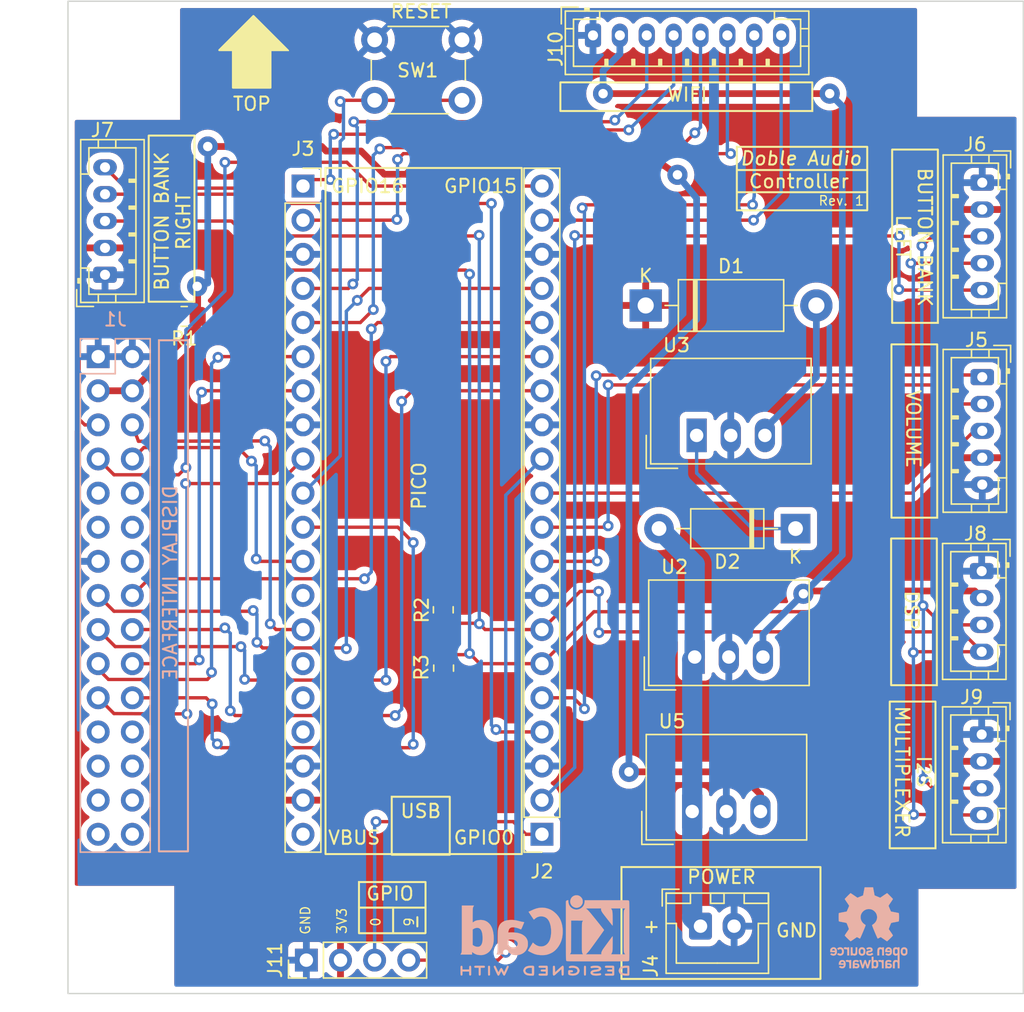
<source format=kicad_pcb>
(kicad_pcb (version 20211014) (generator pcbnew)
  (layers (0 "F.Cu" signal) (31 "B.Cu" signal) (34 "B.Paste" user) (35 "F.Paste" user) (36 "B.SilkS" user "B.Silkscreen") (37 "F.SilkS" user "F.Silkscreen") (38 "B.Mask" user) (39 "F.Mask" user) (44 "Edge.Cuts" user))
  (net 0 "")
  (net 1 "+3V3")
  (net 2 "Net-(D1-Pad2)")
  (net 3 "Net-(D2-Pad1)")
  (net 4 "+24V")
  (net 5 "GND")
  (net 6 "/LCD_READ")
  (net 7 "/DI.~{LCD_WR}")
  (net 8 "/~{LCD_CS}")
  (net 9 "/DI.LCD_DCX")
  (net 15 "/DI.DATA0")
  (net 16 "/DI.DATA1")
  (net 17 "/DI.DATA2")
  (net 18 "/DI.DATA3")
  (net 19 "/DI.DATA4")
  (net 20 "/DI.DATA5")
  (net 21 "/DI.DATA6")
  (net 22 "/DI.DATA7")
  (net 31 "+3V3_DISPLAY")
  (net 32 "/GPIO0")
  (net 33 "/INT_BL")
  (net 34 "/INT_BR")
  (net 35 "/WIFI_BUSY")
  (net 36 "/I2C0_SDA")
  (net 37 "/I2C0_SCL")
  (net 38 "/GPIO9")
  (net 39 "/~{WIFI_RESET}")
  (net 40 "/SPI0_RX")
  (net 41 "/SPI0_CS")
  (net 42 "/SPI0_SCK")
  (net 43 "/MCU_RESET")
  (net 49 "/SPI0_TX")
  (net 50 "+3V3_AUX")
  (net 51 "/VOL_A")
  (net 52 "/VOL_B")
  (net 53 "/VOL_C")
  (footprint "Connector_JST:JST_PH_B5B-PH-K_1x05_P2.00mm_Vertical" (layer "F.Cu") (at 108.966 85.344 -90)
    (fp_text reference "J5")
    (fp_text value "conn_vol")
  )
  (footprint "Connector_PinSocket_2.54mm:PinSocket_1x20_P2.54mm_Vertical" (layer "F.Cu") (at 76.2 119.38 180)
    (fp_text reference "J2")
    (fp_text value "Conn_01x20")
  )
  (footprint "Converter_DCDC:Converter_DCDC_TRACO_TSR-1_THT" (layer "F.Cu") (at 87.5675 106.1825)
    (fp_text reference "U2")
    (fp_text value "TSR_1-2433")
  )
  (footprint "Diode_THT:D_DO-41_SOD81_P10.16mm_Horizontal" (layer "F.Cu") (at 95.072199 96.6216 180)
    (fp_text reference "D2")
    (fp_text value "1N4007")
  )
  (footprint "Connector_JST:JST_PH_B8B-PH-K_1x08_P2.00mm_Vertical" (layer "F.Cu") (at 80 59.902)
    (fp_text reference "J10")
    (fp_text value "conn_wifi")
  )
  (footprint "Connector_JST:JST_PH_B5B-PH-K_1x05_P2.00mm_Vertical" (layer "F.Cu") (at 108.966 70.866 -90)
    (fp_text reference "J6")
    (fp_text value "conn_bl")
  )
  (footprint "Resistor_SMD:R_0805_2012Metric_Pad1.20x1.40mm_HandSolder" (layer "F.Cu") (at 68.8594 102.6668 -90)
    (fp_text reference "R2")
    (fp_text value "2.2K")
  )
  (footprint "Connector_JST:JST_PH_B4B-PH-K_1x04_P2.00mm_Vertical" (layer "F.Cu") (at 108.924 111.95 -90)
    (fp_text reference "J9")
    (fp_text value "conn_i2s_mplx")
  )
  (footprint "Converter_DCDC:Converter_DCDC_TRACO_TSR-1_THT" (layer "F.Cu") (at 87.7121 89.6825)
    (fp_text reference "U3")
    (fp_text value "TSR_1-2433")
  )
  (footprint "Button_Switch_THT:SW_PUSH_6mm_H4.3mm" (layer "F.Cu") (at 63.75 60.234)
    (fp_text reference "SW1")
    (fp_text value "RESET")
  )
  (footprint "Converter_DCDC:Converter_DCDC_TRACO_TSR-1_THT" (layer "F.Cu") (at 87.3819 117.6825)
    (fp_text reference "U5")
    (fp_text value "TSR_1-2433")
  )
  (footprint "Resistor_SMD:R_0805_2012Metric_Pad1.20x1.40mm_HandSolder" (layer "F.Cu") (at 49.5808 80.8228 180)
    (fp_text reference "R1")
    (fp_text value "10k")
  )
  (footprint "MountingHole:MountingHole_3.2mm_M3" (layer "F.Cu") (at 108 62)
    (fp_text reference "H3" hide)
    (fp_text value "MountingHole" hide)
  )
  (footprint "MountingHole:MountingHole_3.2mm_M3" (layer "F.Cu") (at 45 62)
    (fp_text reference "H1" hide)
    (fp_text value "MountingHole" hide)
  )
  (footprint "Diode_THT:D_DO-15_P12.70mm_Horizontal" (layer "F.Cu") (at 83.9216 80.01)
    (fp_text reference "D1")
    (fp_text value "D_Schottky")
  )
  (footprint "Connector_PinHeader_2.54mm:PinHeader_1x04_P2.54mm_Vertical" (layer "F.Cu") (at 58.67 128.75 90)
    (fp_text reference "J11")
    (fp_text value "conn_gpio")
  )
  (footprint "MountingHole:MountingHole_3.2mm_M3" (layer "F.Cu") (at 45 127)
    (fp_text reference "H2" hide)
    (fp_text value "MountingHole" hide)
  )
  (footprint "Resistor_SMD:R_0805_2012Metric_Pad1.20x1.40mm_HandSolder" (layer "F.Cu") (at 68.8848 107.0102 90)
    (fp_text reference "R3")
    (fp_text value "2.2K")
  )
  (footprint "Connector_JST:JST_PH_B5B-PH-K_1x05_P2.00mm_Vertical" (layer "F.Cu") (at 43.688 77.724 90)
    (fp_text reference "J7")
    (fp_text value "conn_br")
  )
  (footprint "Connector_PinSocket_2.54mm:PinSocket_1x20_P2.54mm_Vertical" (layer "F.Cu") (at 58.42 71.12)
    (fp_text reference "J3")
    (fp_text value "Conn_01x20")
  )
  (footprint "MountingHole:MountingHole_3.2mm_M3" (layer "F.Cu") (at 108 127)
    (fp_text reference "H4" hide)
    (fp_text value "MountingHole" hide)
  )
  (footprint "Connector_JST:JST_XH_B2B-XH-A_1x02_P2.50mm_Vertical" (layer "F.Cu") (at 88 126.221)
    (fp_text reference "J4")
    (fp_text value "Conn_01x02")
  )
  (footprint "Connector_JST:JST_PH_B4B-PH-K_1x04_P2.00mm_Vertical" (layer "F.Cu") (at 108.924 99.79 -90)
    (fp_text reference "J8")
    (fp_text value "conn_dsp")
  )
  (footprint "Symbol:OSHW-Logo_5.7x6mm_SilkScreen" (layer "B.Cu") (at 100.5332 126.3396 180)
    (fp_text reference "REF**" hide)
    (fp_text value "OSHW-Logo_5.7x6mm_SilkScreen" hide)
  )
  (footprint "Connector_PinSocket_2.54mm:PinSocket_2x15_P2.54mm_Vertical" (layer "B.Cu") (at 43.18 83.82 180)
    (fp_text reference "J1")
    (fp_text value "Conn_02x15_Odd_Even")
  )
  (footprint "Symbol:KiCad-Logo2_5mm_SilkScreen" (layer "B.Cu") (at 76.4286 126.8984 180)
    (fp_text reference "REF**" hide)
    (fp_text value "KiCad-Logo2_5mm_SilkScreen" hide)
  )
  (gr_rect (start 47.7012 82.6008) (end 49.8602 120.65) (layer "B.SilkS") (width 0.15) (fill none))
  (gr_line (start 66.929 125.5522) (end 66.929 126.238) (layer "F.SilkS") (width 0.15))
  (gr_poly (pts (xy 105.4862 120.4214) (xy 102.0826 120.4214) (xy 102.0826 109.4994) (xy 105.4862 109.4994)) (layer "F.SilkS") (width 0.15) (fill none))
  (gr_poly (pts (xy 105.6132 95.8088) (xy 102.2096 95.8088) (xy 102.2096 82.9056) (xy 105.6132 82.9056)) (layer "F.SilkS") (width 0.15) (fill none))
  (gr_poly (pts (xy 57.27 61) (xy 56 61) (xy 56 63.794) (xy 53.206 63.794) (xy 53.206 61) (xy 52.19 61) (xy 54.73 58.46)) (layer "F.SilkS") (width 0.15) (fill solid))
  (gr_rect (start 60.0964 69.7738) (end 74.7014 120.8532) (layer "F.SilkS") (width 0.15) (fill none))
  (gr_line (start 67.5386 126.7206) (end 67.5386 124.7902) (layer "F.SilkS") (width 0.15))
  (gr_rect (start 90.7034 68.199) (end 100.4062 72.9234) (layer "F.SilkS") (width 0.15) (fill none))
  (gr_poly (pts (xy 105.5878 108.2802) (xy 102.1842 108.2802) (xy 102.1842 97.3582) (xy 105.5878 97.3582)) (layer "F.SilkS") (width 0.15) (fill none))
  (gr_line (start 90.7288 69.9262) (end 100.33 69.9262) (layer "F.SilkS") (width 0.15))
  (gr_poly (pts (xy 105.664 81.3054) (xy 102.2604 81.3054) (xy 102.2604 68.4022) (xy 105.664 68.4022)) (layer "F.SilkS") (width 0.15) (fill none))
  (gr_line (start 65.151 126.746) (end 67.5132 126.746) (layer "F.SilkS") (width 0.15))
  (gr_rect (start 62.5856 122.936) (end 67.5386 124.841) (layer "F.SilkS") (width 0.15) (fill none))
  (gr_rect (start 62.5856 124.841) (end 65.1256 126.746) (layer "F.SilkS") (width 0.15) (fill none))
  (gr_poly (pts (xy 96.3168 65.532) (xy 77.5716 65.532) (xy 77.5716 63.3984) (xy 96.3168 63.3984)) (layer "F.SilkS") (width 0.15) (fill none))
  (gr_rect (start 82.1182 121.8184) (end 96.9264 130.1496) (layer "F.SilkS") (width 0.15) (fill none))
  (gr_rect (start 65.024 120.904) (end 69.342 116.586) (layer "F.SilkS") (width 0.15) (fill none))
  (gr_poly (pts (xy 46.9392 67.3608) (xy 50.3428 67.3608) (xy 50.3428 79.7306) (xy 46.9392 79.730599)) (layer "F.SilkS") (width 0.15) (fill none))
  (gr_line (start 90.7288 71.5772) (end 100.3554 71.5772) (layer "F.SilkS") (width 0.15))
  (gr_rect (start 40.931 57.3588) (end 112.0228 131.237) (layer "Edge.Cuts") (width 0.1) (fill none))
  (gr_text "DISPLAY INTERFACE" (at 48.5394 100.6602 90) (layer "B.SilkS") (effects (font (size 1 1)) (justify mirror)))
  (gr_text "Controller" (at 95.3262 70.7644) (layer "F.SilkS") (effects (font (size 1 1))))
  (gr_text "VBUS" (at 62.23 119.634) (layer "F.SilkS") (effects (font (size 1 1))))
  (gr_text "Rev. 1" (at 98.4758 72.2122) (layer "F.SilkS") (effects (font (size 0.7 0.7) (thickness 0.1))))
  (gr_text "DSP" (at 103.7082 102.7176 270) (layer "F.SilkS") (effects (font (size 1 1))))
  (gr_text "Doble Audio" (at 95.4786 69.0626) (layer "F.SilkS") (effects (font (size 1 1) (thickness 0.15) italic)))
  (gr_text "GPIO16" (at 63.246 71.12) (layer "F.SilkS") (effects (font (size 1 1))))
  (gr_text "GPIO0" (at 71.882 119.634) (layer "F.SilkS") (effects (font (size 1 1))))
  (gr_text "RESET\n" (at 67.2084 58.1152) (layer "F.SilkS") (effects (font (size 1 1))))
  (gr_text "0" (at 63.8302 125.9078 90) (layer "F.SilkS") (effects (font (size 0.7 0.7) (thickness 0.1))))
  (gr_text "WIFI\n" (at 87.0204 64.3128) (layer "F.SilkS") (effects (font (size 1 1))))
  (gr_text "TOP " (at 55 65) (layer "F.SilkS") (effects (font (size 1 1))))
  (gr_text "GPIO" (at 64.897 123.7996) (layer "F.SilkS") (effects (font (size 1 1))))
  (gr_text "PICO" (at 67.056 93.4466 90) (layer "F.SilkS") (effects (font (size 1 1))))
  (gr_text "GND\n" (at 58.5978 125.7808 90) (layer "F.SilkS") (effects (font (size 0.7 0.7) (thickness 0.1))))
  (gr_text "BUTTON BANK\nRIGHT\n" (at 48.7172 73.7362 90) (layer "F.SilkS") (effects (font (size 1 1))))
  (gr_text "9" (at 66.3194 125.9078 90) (layer "F.SilkS") (effects (font (size 0.7 0.7) (thickness 0.1))))
  (gr_text "BUTTON BANK\nLEFT" (at 103.886 74.93 270) (layer "F.SilkS") (effects (font (size 1 1))))
  (gr_text "GPIO15" (at 71.628 71.12) (layer "F.SilkS") (effects (font (size 1 1))))
  (gr_text "VOLUME" (at 103.8352 89.2048 270) (layer "F.SilkS") (effects (font (size 1 1))))
  (gr_text "GND\n" (at 95.1484 126.5428) (layer "F.SilkS") (effects (font (size 1 1))))
  (gr_text "I2S\nMULTIPLEXER" (at 103.8098 114.7318 270) (layer "F.SilkS") (effects (font (size 1 1))))
  (gr_text "USB\n" (at 67.183 117.6528) (layer "F.SilkS") (effects (font (size 1 1))))
  (gr_text "3V3" (at 61.3156 125.8316 90) (layer "F.SilkS") (effects (font (size 0.7 0.7) (thickness 0.1))))
  (gr_text "+" (at 84.3534 126.2126) (layer "F.SilkS") (effects (font (size 1 1))))
  (gr_text "POWER" (at 89.5604 122.555) (layer "F.SilkS") (effects (font (size 1 1))))
  (segment (start 96.6216 85.353) (end 96.6216 80.01) (width 0.5) (layer "B.Cu") (net 2))
  (segment (start 92.7921 89.1825) (end 96.6216 85.353) (width 0.5) (layer "B.Cu") (net 2))
  (segment (start 92.7921 89.6825) (end 92.7921 89.1825) (width 0.5) (layer "B.Cu") (net 2))
  (segment (start 87.7121 92.4873) (end 87.7121 89.6825) (width 0.25) (layer "B.Cu") (net 3))
  (segment (start 91.8464 96.6216) (end 87.7121 92.4873) (width 0.25) (layer "B.Cu") (net 3))
  (segment (start 95.072199 96.6216) (end 91.8464 96.6216) (width 0.25) (layer "B.Cu") (net 3))
  (segment (start 87.5675 99.276901) (end 84.912199 96.6216) (width 1.5) (layer "B.Cu") (net 4))
  (segment (start 87.3819 106.3681) (end 87.5675 106.1825) (width 1.5) (layer "B.Cu") (net 4))
  (segment (start 87.3819 125.6029) (end 87.3819 117.6825) (width 1.5) (layer "B.Cu") (net 4))
  (segment (start 88 126.221) (end 87.3819 125.6029) (width 1.5) (layer "B.Cu") (net 4))
  (segment (start 87.3819 117.6825) (end 87.3819 106.3681) (width 1.5) (layer "B.Cu") (net 4))
  (segment (start 87.5675 106.1825) (end 87.5675 99.276901) (width 1.5) (layer "B.Cu") (net 4))
  (segment (start 41.755489 81.053511) (end 41.755489 88.470311) (width 0.25) (layer "F.Cu") (net 6))
  (segment (start 48.5808 80.8228) (end 41.9862 80.8228) (width 0.25) (layer "F.Cu") (net 6))
  (segment (start 41.9862 80.8228) (end 41.755489 81.053511) (width 0.25) (layer "F.Cu") (net 6))
  (segment (start 41.755489 88.470311) (end 42.185178 88.9) (width 0.25) (layer "F.Cu") (net 6))
  (segment (start 42.185178 88.9) (end 43.18 88.9) (width 0.25) (layer "F.Cu") (net 6))
  (segment (start 56.4134 104.14) (end 55.9816 103.7082) (width 0.25) (layer "F.Cu") (net 7))
  (segment (start 58.42 104.14) (end 56.4134 104.14) (width 0.25) (layer "F.Cu") (net 7))
  (segment (start 55.5752 90.0938) (end 46.1772 90.1192) (width 0.25) (layer "F.Cu") (net 7))
  (segment (start 46.1772 90.1192) (end 45.72 88.9) (width 0.25) (layer "F.Cu") (net 7))
  (via (at 55.5752 90.0938) (size 0.8) (drill 0.4) (layers "F.Cu" "B.Cu") (net 7))
  (via (at 55.9816 103.7082) (size 0.8) (drill 0.4) (layers "F.Cu" "B.Cu") (net 7))
  (segment (start 55.5752 90.0938) (end 55.9816 90.551) (width 0.25) (layer "B.Cu") (net 7))
  (segment (start 55.9816 90.551) (end 55.9816 103.7082) (width 0.25) (layer "B.Cu") (net 7))
  (segment (start 44.354511 92.614511) (end 49.168289 92.614511) (width 0.25) (layer "F.Cu") (net 8))
  (segment (start 63.453932 71.12) (end 61.684877 69.350945) (width 0.25) (layer "F.Cu") (net 8))
  (segment (start 49.168289 92.614511) (end 49.7078 92.075) (width 0.25) (layer "F.Cu") (net 8))
  (segment (start 76.2 71.12) (end 63.453932 71.12) (width 0.25) (layer "F.Cu") (net 8))
  (segment (start 61.684877 69.350945) (end 52.610665 69.350945) (width 0.25) (layer "F.Cu") (net 8))
  (segment (start 43.18 91.44) (end 44.354511 92.614511) (width 0.25) (layer "F.Cu") (net 8))
  (via (at 52.610665 69.350945) (size 0.8) (drill 0.4) (layers "F.Cu" "B.Cu") (net 8))
  (via (at 49.7078 92.075) (size 0.8) (drill 0.4) (layers "F.Cu" "B.Cu") (net 8))
  (segment (start 52.610665 78.929463) (end 52.610665 69.350945) (width 0.25) (layer "B.Cu") (net 8))
  (segment (start 49.7078 92.075) (end 49.7078 81.832328) (width 0.25) (layer "B.Cu") (net 8))
  (segment (start 49.7078 81.832328) (end 52.610665 78.929463) (width 0.25) (layer "B.Cu") (net 8))
  (segment (start 54.5846 91.5924) (end 53.5822 90.59) (width 0.25) (layer "F.Cu") (net 9))
  (segment (start 55.118 99.06) (end 54.9402 98.8822) (width 0.25) (layer "F.Cu") (net 9))
  (segment (start 46.57 90.59) (end 45.72 91.44) (width 0.25) (layer "F.Cu") (net 9))
  (segment (start 53.5822 90.59) (end 46.57 90.59) (width 0.25) (layer "F.Cu") (net 9))
  (segment (start 58.42 99.06) (end 55.118 99.06) (width 0.25) (layer "F.Cu") (net 9))
  (via (at 54.5846 91.5924) (size 0.8) (drill 0.4) (layers "F.Cu" "B.Cu") (net 9))
  (via (at 54.9402 98.8822) (size 0.8) (drill 0.4) (layers "F.Cu" "B.Cu") (net 9))
  (segment (start 54.9402 91.948) (end 54.5846 91.5924) (width 0.25) (layer "B.Cu") (net 9))
  (segment (start 54.9402 98.8822) (end 54.9402 91.948) (width 0.25) (layer "B.Cu") (net 9))
  (segment (start 63.3476 78.74) (end 62.4586 79.629) (width 0.25) (layer "F.Cu") (net 15))
  (segment (start 54.7116 102.7176) (end 54.654689 102.774511) (width 0.25) (layer "F.Cu") (net 15))
  (segment (start 54.654689 102.774511) (end 44.354511 102.774511) (width 0.25) (layer "F.Cu") (net 15))
  (segment (start 61.588889 105.505489) (end 55.416689 105.505489) (width 0.25) (layer "F.Cu") (net 15))
  (segment (start 44.354511 102.774511) (end 43.18 101.6) (width 0.25) (layer "F.Cu") (net 15))
  (segment (start 76.2 78.74) (end 63.3476 78.74) (width 0.25) (layer "F.Cu") (net 15))
  (segment (start 61.6458 105.5624) (end 61.588889 105.505489) (width 0.25) (layer "F.Cu") (net 15))
  (segment (start 55.416689 105.505489) (end 54.991 105.0798) (width 0.25) (layer "F.Cu") (net 15))
  (via (at 54.991 105.0798) (size 0.8) (drill 0.4) (layers "F.Cu" "B.Cu") (net 15))
  (via (at 54.7116 102.7176) (size 0.8) (drill 0.4) (layers "F.Cu" "B.Cu") (net 15))
  (via (at 61.6458 105.5624) (size 0.8) (drill 0.4) (layers "F.Cu" "B.Cu") (net 15))
  (via (at 62.4586 79.629) (size 0.8) (drill 0.4) (layers "F.Cu" "B.Cu") (net 15))
  (segment (start 54.991 105.0798) (end 54.991 102.997) (width 0.25) (layer "B.Cu") (net 15))
  (segment (start 61.6458 80.4418) (end 62.4586 79.629) (width 0.25) (layer "B.Cu") (net 15))
  (segment (start 54.991 102.997) (end 54.7116 102.7176) (width 0.25) (layer "B.Cu") (net 15))
  (segment (start 61.6458 105.5624) (end 61.6458 80.4418) (width 0.25) (layer "B.Cu") (net 15))
  (segment (start 76.2 81.28) (end 63.9826 81.28) (width 0.25) (layer "F.Cu") (net 16))
  (segment (start 63.9826 81.28) (end 63.5 81.7626) (width 0.25) (layer "F.Cu") (net 16))
  (segment (start 46.9646 100.3554) (end 45.72 101.6) (width 0.25) (layer "F.Cu") (net 16))
  (segment (start 62.992 100.3554) (end 46.9646 100.3554) (width 0.25) (layer "F.Cu") (net 16))
  (via (at 62.992 100.3554) (size 0.8) (drill 0.4) (layers "F.Cu" "B.Cu") (net 16))
  (via (at 63.5 81.7626) (size 0.8) (drill 0.4) (layers "F.Cu" "B.Cu") (net 16))
  (segment (start 63.5 99.8474) (end 62.992 100.3554) (width 0.25) (layer "B.Cu") (net 16))
  (segment (start 63.5 81.7626) (end 63.5 99.8474) (width 0.25) (layer "B.Cu") (net 16))
  (segment (start 64.9478 83.82) (end 64.5922 84.1756) (width 0.25) (layer "F.Cu") (net 17))
  (segment (start 53.7972 105.41) (end 44.45 105.41) (width 0.25) (layer "F.Cu") (net 17))
  (segment (start 76.2 83.82) (end 64.9478 83.82) (width 0.25) (layer "F.Cu") (net 17))
  (segment (start 44.45 105.41) (end 43.18 104.14) (width 0.25) (layer "F.Cu") (net 17))
  (segment (start 64.5922 107.8992) (end 54.1274 107.8992) (width 0.25) (layer "F.Cu") (net 17))
  (segment (start 54.1274 107.8992) (end 54.0766 107.8484) (width 0.25) (layer "F.Cu") (net 17))
  (via (at 64.5922 84.1756) (size 0.8) (drill 0.4) (layers "F.Cu" "B.Cu") (net 17))
  (via (at 54.0766 107.8484) (size 0.8) (drill 0.4) (layers "F.Cu" "B.Cu") (net 17))
  (via (at 64.5922 107.8992) (size 0.8) (drill 0.4) (layers "F.Cu" "B.Cu") (net 17))
  (via (at 53.7972 105.41) (size 0.8) (drill 0.4) (layers "F.Cu" "B.Cu") (net 17))
  (segment (start 54.0766 105.6894) (end 53.7972 105.41) (width 0.25) (layer "B.Cu") (net 17))
  (segment (start 54.0766 107.8484) (end 54.0766 105.6894) (width 0.25) (layer "B.Cu") (net 17))
  (segment (start 64.5922 107.8992) (end 64.5922 84.1756) (width 0.25) (layer "B.Cu") (net 17))
  (segment (start 66.548 86.36) (end 65.7606 87.1474) (width 0.25) (layer "F.Cu") (net 18))
  (segment (start 53.3654 110.5408) (end 53.0098 110.1852) (width 0.25) (layer "F.Cu") (net 18))
  (segment (start 52.4764 104.14) (end 45.72 104.14) (width 0.25) (layer "F.Cu") (net 18))
  (segment (start 52.6034 104.013) (end 52.4764 104.14) (width 0.25) (layer "F.Cu") (net 18))
  (segment (start 76.2 86.36) (end 66.548 86.36) (width 0.25) (layer "F.Cu") (net 18))
  (segment (start 65.278 110.5408) (end 53.3654 110.5408) (width 0.25) (layer "F.Cu") (net 18))
  (via (at 65.278 110.5408) (size 0.8) (drill 0.4) (layers "F.Cu" "B.Cu") (net 18))
  (via (at 65.7606 87.1474) (size 0.8) (drill 0.4) (layers "F.Cu" "B.Cu") (net 18))
  (via (at 52.6034 104.013) (size 0.8) (drill 0.4) (layers "F.Cu" "B.Cu") (net 18))
  (via (at 53.0098 110.1852) (size 0.8) (drill 0.4) (layers "F.Cu" "B.Cu") (net 18))
  (segment (start 65.7606 87.1474) (end 65.7606 110.0582) (width 0.25) (layer "B.Cu") (net 18))
  (segment (start 65.7606 110.0582) (end 65.278 110.5408) (width 0.25) (layer "B.Cu") (net 18))
  (segment (start 53.0098 110.1852) (end 53.0098 104.4194) (width 0.25) (layer "B.Cu") (net 18))
  (segment (start 53.0098 104.4194) (end 52.6034 104.013) (width 0.25) (layer "B.Cu") (net 18))
  (segment (start 43.18 107.0864) (end 43.948111 107.854511) (width 0.25) (layer "F.Cu") (net 19))
  (segment (start 52.1462 83.82) (end 58.42 83.82) (width 0.25) (layer "F.Cu") (net 19))
  (segment (start 43.18 106.68) (end 43.18 107.0864) (width 0.25) (layer "F.Cu") (net 19))
  (segment (start 51.301889 107.854511) (end 51.6128 107.5436) (width 0.25) (layer "F.Cu") (net 19))
  (segment (start 52.0954 83.8708) (end 52.1462 83.82) (width 0.25) (layer "F.Cu") (net 19))
  (segment (start 43.948111 107.854511) (end 51.301889 107.854511) (width 0.25) (layer "F.Cu") (net 19))
  (segment (start 51.6128 107.5436) (end 51.6128 107.315) (width 0.25) (layer "F.Cu") (net 19))
  (via (at 51.6128 107.315) (size 0.8) (drill 0.4) (layers "F.Cu" "B.Cu") (net 19))
  (via (at 52.0954 83.8708) (size 0.8) (drill 0.4) (layers "F.Cu" "B.Cu") (net 19))
  (segment (start 51.6128 84.3534) (end 52.0954 83.8708) (width 0.25) (layer "B.Cu") (net 19))
  (segment (start 51.6128 107.315) (end 51.6128 84.3534) (width 0.25) (layer "B.Cu") (net 19))
  (segment (start 45.72 106.68) (end 50.419 106.68) (width 0.25) (layer "F.Cu") (net 20))
  (segment (start 50.419 106.68) (end 50.6984 106.4006) (width 0.25) (layer "F.Cu") (net 20))
  (segment (start 50.8762 86.4616) (end 50.9778 86.36) (width 0.25) (layer "F.Cu") (net 20))
  (segment (start 50.9778 86.36) (end 58.42 86.36) (width 0.25) (layer "F.Cu") (net 20))
  (via (at 50.8762 86.4616) (size 0.8) (drill 0.4) (layers "F.Cu" "B.Cu") (net 20))
  (via (at 50.6984 106.4006) (size 0.8) (drill 0.4) (layers "F.Cu" "B.Cu") (net 20))
  (segment (start 50.8762 86.4616) (end 50.6984 86.6394) (width 0.25) (layer "B.Cu") (net 20))
  (segment (start 50.6984 86.6394) (end 50.6984 106.4006) (width 0.25) (layer "B.Cu") (net 20))
  (segment (start 44.354511 110.394511) (end 43.18 109.22) (width 0.25) (layer "F.Cu") (net 21))
  (segment (start 56.5912 93.2688) (end 58.42 91.44) (width 0.25) (layer "F.Cu") (net 21))
  (segment (start 49.6824 93.2688) (end 56.5912 93.2688) (width 0.25) (layer "F.Cu") (net 21))
  (segment (start 49.784 110.4138) (end 48.5902 110.4138) (width 0.25) (layer "F.Cu") (net 21))
  (segment (start 48.5902 110.4138) (end 44.354511 110.394511) (width 0.25) (layer "F.Cu") (net 21))
  (via (at 49.6824 93.2688) (size 0.8) (drill 0.4) (layers "F.Cu" "B.Cu") (net 21))
  (via (at 49.784 110.4138) (size 0.8) (drill 0.4) (layers "F.Cu" "B.Cu") (net 21))
  (segment (start 49.784 110.4138) (end 49.784 93.3704) (width 0.25) (layer "B.Cu") (net 21))
  (segment (start 49.784 93.3704) (end 49.6824 93.2688) (width 0.25) (layer "B.Cu") (net 21))
  (segment (start 45.72 109.22) (end 51.2064 109.22) (width 0.25) (layer "F.Cu") (net 22))
  (segment (start 52.330111 112.934511) (end 66.364089 112.934511) (width 0.25) (layer "F.Cu") (net 22))
  (segment (start 66.6242 97.663) (end 65.4812 96.52) (width 0.25) (layer "F.Cu") (net 22))
  (segment (start 65.4812 96.52) (end 58.42 96.52) (width 0.25) (layer "F.Cu") (net 22))
  (segment (start 66.364089 112.934511) (end 66.6242 112.6744) (width 0.25) (layer "F.Cu") (net 22))
  (segment (start 52.0446 112.649) (end 52.330111 112.934511) (width 0.25) (layer "F.Cu") (net 22))
  (segment (start 51.2064 109.22) (end 51.6636 109.6772) (width 0.25) (layer "F.Cu") (net 22))
  (via (at 66.6242 97.663) (size 0.8) (drill 0.4) (layers "F.Cu" "B.Cu") (net 22))
  (via (at 66.6242 112.6744) (size 0.8) (drill 0.4) (layers "F.Cu" "B.Cu") (net 22))
  (via (at 51.6636 109.6772) (size 0.8) (drill 0.4) (layers "F.Cu" "B.Cu") (net 22))
  (via (at 52.0446 112.649) (size 0.8) (drill 0.4) (layers "F.Cu" "B.Cu") (net 22))
  (segment (start 51.6636 109.6772) (end 51.6636 112.268) (width 0.25) (layer "B.Cu") (net 22))
  (segment (start 66.6242 112.6744) (end 66.6242 97.663) (width 0.25) (layer "B.Cu") (net 22))
  (segment (start 51.6636 112.268) (end 52.0446 112.649) (width 0.25) (layer "B.Cu") (net 22))
  (segment (start 92.4619 116.4141) (end 90.7796 114.7318) (width 0.5) (layer "F.Cu") (net 31))
  (segment (start 50.5808 78.6224) (end 50.546 78.5876) (width 0.5) (layer "F.Cu") (net 31))
  (segment (start 59.81147 68.1736) (end 51.3334 68.1736) (width 0.5) (layer "F.Cu") (net 31))
  (segment (start 66.756841 69.570489) (end 66.089029 70.238301) (width 0.5) (layer "F.Cu") (net 31))
  (segment (start 64.466971 70.238301) (end 62.74418 68.51551) (width 0.5) (layer "F.Cu") (net 31))
  (segment (start 86.2838 70.2818) (end 85.249785 69.570489) (width 0.5) (layer "F.Cu") (net 31))
  (segment (start 85.249785 69.570489) (end 72.117649 69.570489) (width 0.5) (layer "F.Cu") (net 31))
  (segment (start 90.7796 114.7318) (end 82.677 114.7318) (width 0.5) (layer "F.Cu") (net 31))
  (segment (start 66.089029 70.238301) (end 64.466971 70.238301) (width 0.5) (layer "F.Cu") (net 31))
  (segment (start 45.72 86.36) (end 43.18 86.36) (width 0.5) (layer "F.Cu") (net 31))
  (segment (start 70.274751 69.570489) (end 66.756841 69.570489) (width 0.5) (layer "F.Cu") (net 31))
  (segment (start 62.74418 68.51551) (end 60.15338 68.51551) (width 0.5) (layer "F.Cu") (net 31))
  (segment (start 45.72 86.36) (end 50.5808 81.4992) (width 0.5) (layer "F.Cu") (net 31))
  (segment (start 50.5808 81.4992) (end 50.5808 80.8228) (width 0.5) (layer "F.Cu") (net 31))
  (segment (start 70.96858 69.664121) (end 70.368384 69.664122) (width 0.5) (layer "F.Cu") (net 31))
  (segment (start 72.024013 69.664124) (end 70.96858 69.664121) (width 0.5) (layer "F.Cu") (net 31))
  (segment (start 72.117649 69.570489) (end 72.024013 69.664124) (width 0.5) (layer "F.Cu") (net 31))
  (segment (start 50.5808 80.8228) (end 50.5808 78.6224) (width 0.5) (layer "F.Cu") (net 31))
  (segment (start 92.4619 117.6825) (end 92.4619 116.4141) (width 0.5) (layer "F.Cu") (net 31))
  (segment (start 70.368384 69.664122) (end 70.274751 69.570489) (width 0.5) (layer "F.Cu") (net 31))
  (segment (start 60.15338 68.51551) (end 59.81147 68.1736) (width 0.5) (layer "F.Cu") (net 31))
  (via (at 86.2838 70.2818) (size 1.5) (drill 0.7) (layers "F.Cu" "B.Cu") (net 31))
  (via (at 82.677 114.7318) (size 1.5) (drill 0.7) (layers "F.Cu" "B.Cu") (net 31))
  (via (at 50.546 78.5876) (size 1.5) (drill 0.7) (layers "F.Cu" "B.Cu") (net 31))
  (via (at 51.3334 68.1736) (size 1.5) (drill 0.7) (layers "F.Cu" "B.Cu") (net 31))
  (segment (start 82.677 114.7318) (end 82.677 86.0806) (width 0.5) (layer "B.Cu") (net 31))
  (segment (start 87.709948 72.030652) (end 86.2838 70.2818) (width 0.5) (layer "B.Cu") (net 31))
  (segment (start 82.677 86.0806) (end 87.709948 81.047652) (width 0.5) (layer "B.Cu") (net 31))
  (segment (start 50.546 78.5876) (end 51.3334 78.3336) (width 0.5) (layer "B.Cu") (net 31))
  (segment (start 87.709948 81.047652) (end 87.709948 72.030652) (width 0.5) (layer "B.Cu") (net 31))
  (segment (start 51.3334 78.3336) (end 51.3334 68.1736) (width 0.5) (layer "B.Cu") (net 31))
  (segment (start 74.0664 118.4402) (end 75.0062 119.38) (width 0.25) (layer "F.Cu") (net 32))
  (segment (start 63.8556 118.4402) (end 74.0664 118.4402) (width 0.25) (layer "F.Cu") (net 32))
  (segment (start 75.0062 119.38) (end 76.2 119.38) (width 0.25) (layer "F.Cu") (net 32))
  (via (at 63.8556 118.4402) (size 0.8) (drill 0.4) (layers "F.Cu" "B.Cu") (net 32))
  (segment (start 63.75 128.75) (end 63.75 118.5458) (width 0.25) (layer "B.Cu") (net 32))
  (segment (start 63.75 118.5458) (end 63.8556 118.4402) (width 0.25) (layer "B.Cu") (net 32))
  (segment (start 108.966 78.866) (end 102.8182 78.866) (width 0.25) (layer "F.Cu") (net 33))
  (segment (start 78.669911 74.834511) (end 78.6384 74.803) (width 0.25) (layer "F.Cu") (net 33))
  (segment (start 102.7938 74.8538) (end 102.330489 74.834511) (width 0.25) (layer "F.Cu") (net 33))
  (segment (start 102.330489 74.834511) (end 78.669911 74.834511) (width 0.25) (layer "F.Cu") (net 33))
  (segment (start 102.8182 78.866) (end 102.7684 78.8162) (width 0.25) (layer "F.Cu") (net 33))
  (via (at 102.7684 78.8162) (size 0.8) (drill 0.4) (layers "F.Cu" "B.Cu") (net 33))
  (via (at 78.6384 74.803) (size 0.8) (drill 0.4) (layers "F.Cu" "B.Cu") (net 33))
  (via (at 102.7938 74.8538) (size 0.8) (drill 0.4) (layers "F.Cu" "B.Cu") (net 33))
  (segment (start 102.7684 78.8162) (end 102.7684 74.8792) (width 0.25) (layer "B.Cu") (net 33))
  (segment (start 102.7684 74.8792) (end 102.7938 74.8538) (width 0.25) (layer "B.Cu") (net 33))
  (segment (start 78.6384 74.803) (end 78.6384 114.4016) (width 0.25) (layer "B.Cu") (net 33))
  (segment (start 78.6384 114.4016) (end 76.2 116.84) (width 0.25) (layer "B.Cu") (net 33))
  (segment (start 43.688 69.724) (end 45.238489 71.274489) (width 0.25) (layer "F.Cu") (net 34))
  (segment (start 45.238489 71.274489) (end 53.622194 71.27449) (width 0.25) (layer "F.Cu") (net 34))
  (segment (start 53.622194 71.27449) (end 54.763104 72.4154) (width 0.25) (layer "F.Cu") (net 34))
  (segment (start 54.763104 72.4154) (end 72.4408 72.4154) (width 0.25) (layer "F.Cu") (net 34))
  (segment (start 76.2 111.76) (end 72.957419 111.76) (width 0.25) (layer "F.Cu") (net 34))
  (segment (start 72.957419 111.76) (end 72.7831 111.585681) (width 0.25) (layer "F.Cu") (net 34))
  (via (at 72.7831 111.585681) (size 0.8) (drill 0.4) (layers "F.Cu" "B.Cu") (net 34))
  (via (at 72.4408 72.4154) (size 0.8) (drill 0.4) (layers "F.Cu" "B.Cu") (net 34))
  (segment (start 72.4408 111.243381) (end 72.7831 111.585681) (width 0.25) (layer "B.Cu") (net 34))
  (segment (start 72.4408 72.4154) (end 72.4408 111.243381) (width 0.25) (layer "B.Cu") (net 34))
  (segment (start 76.2 109.22) (end 78.548185 109.22) (width 0.25) (layer "F.Cu") (net 35))
  (segment (start 91.8718 72.517) (end 79.4258 72.517) (width 0.25) (layer "F.Cu") (net 35))
  (segment (start 79.4258 72.517) (end 79.1972 72.7456) (width 0.25) (layer "F.Cu") (net 35))
  (segment (start 78.548185 109.22) (end 79.3629 110.034715) (width 0.25) (layer "F.Cu") (net 35))
  (via (at 79.1972 72.7456) (size 0.8) (drill 0.4) (layers "F.Cu" "B.Cu") (net 35))
  (via (at 91.8718 72.517) (size 0.8) (drill 0.4) (layers "F.Cu" "B.Cu") (net 35))
  (via (at 79.3629 110.034715) (size 0.8) (drill 0.4) (layers "F.Cu" "B.Cu") (net 35))
  (segment (start 79.362901 72.911301) (end 79.3629 110.034715) (width 0.25) (layer "B.Cu") (net 35))
  (segment (start 79.1972 72.7456) (end 79.362901 72.911301) (width 0.25) (layer "B.Cu") (net 35))
  (segment (start 92 71.8554) (end 92 59.902) (width 0.25) (layer "B.Cu") (net 35))
  (segment (start 91.8718 72.517) (end 92 71.8554) (width 0.25) (layer "B.Cu") (net 35))
  (segment (start 105.276982 115.95) (end 104.5851 115.258118) (width 0.25) (layer "F.Cu") (net 36))
  (segment (start 68.8848 106.0102) (end 70.723 106.0102) (width 0.25) (layer "F.Cu") (net 36))
  (segment (start 108.924 115.95) (end 105.276982 115.95) (width 0.25) (layer "F.Cu") (net 36))
  (segment (start 53.0992 73.724) (end 56.749711 77.374511) (width 0.25) (layer "F.Cu") (net 36))
  (segment (start 70.516511 77.374511) (end 70.8152 77.6732) (width 0.25) (layer "F.Cu") (net 36))
  (segment (start 108.924 103.79) (end 105.985255 103.79) (width 0.25) (layer "F.Cu") (net 36))
  (segment (start 104.114066 102.810079) (end 104.5597 102.364445) (width 0.25) (layer "F.Cu") (net 36))
  (segment (start 105.283 74.866) (end 108.966 74.866) (width 0.25) (layer "F.Cu") (net 36))
  (segment (start 104.4702 75.565) (end 105.283 74.866) (width 0.25) (layer "F.Cu") (net 36))
  (segment (start 76.2 106.68) (end 80.069921 102.810079) (width 0.25) (layer "F.Cu") (net 36))
  (segment (start 70.723 106.0102) (end 70.8152 105.918) (width 0.25) (layer "F.Cu") (net 36))
  (segment (start 71.5772 106.68) (end 76.2 106.68) (width 0.25) (layer "F.Cu") (net 36))
  (segment (start 80.069921 102.810079) (end 104.114066 102.810079) (width 0.25) (layer "F.Cu") (net 36))
  (segment (start 105.985255 103.79) (end 104.5597 102.364445) (width 0.25) (layer "F.Cu") (net 36))
  (segment (start 43.688 73.724) (end 53.0992 73.724) (width 0.25) (layer "F.Cu") (net 36))
  (segment (start 56.749711 77.374511) (end 70.516511 77.374511) (width 0.25) (layer "F.Cu") (net 36))
  (segment (start 70.8152 105.918) (end 71.5772 106.68) (width 0.25) (layer "F.Cu") (net 36))
  (via (at 70.8152 77.6732) (size 0.8) (drill 0.4) (layers "F.Cu" "B.Cu") (net 36))
  (via (at 70.8152 105.918) (size 0.8) (drill 0.4) (layers "F.Cu" "B.Cu") (net 36))
  (via (at 104.4702 75.565) (size 0.8) (drill 0.4) (layers "F.Cu" "B.Cu") (net 36))
  (via (at 104.5597 102.364445) (size 0.8) (drill 0.4) (layers "F.Cu" "B.Cu") (net 36))
  (via (at 104.5851 115.258118) (size 0.8) (drill 0.4) (layers "F.Cu" "B.Cu") (net 36))
  (segment (start 104.5851 102.389845) (end 104.5597 102.364445) (width 0.25) (layer "B.Cu") (net 36))
  (segment (start 104.5851 115.258118) (end 104.5851 102.389845) (width 0.25) (layer "B.Cu") (net 36))
  (segment (start 70.8152 77.6732) (end 70.8152 105.918) (width 0.25) (layer "B.Cu") (net 36))
  (segment (start 104.4702 102.274945) (end 104.5597 102.364445) (width 0.25) (layer "B.Cu") (net 36))
  (segment (start 104.4702 75.565) (end 104.4702 102.274945) (width 0.25) (layer "B.Cu") (net 36))
  (segment (start 80.4164 101.2952) (end 79.0448 101.2952) (width 0.25) (layer "F.Cu") (net 37))
  (segment (start 53.436 71.724) (end 56.546511 74.834511) (width 0.25) (layer "F.Cu") (net 37))
  (segment (start 103.8352 105.8418) (end 103.887 105.79) (width 0.25) (layer "F.Cu") (net 37))
  (segment (start 56.546511 74.834511) (end 71.469489 74.834511) (width 0.25) (layer "F.Cu") (net 37))
  (segment (start 103.6574 76.8604) (end 103.8408 76.866) (width 0.25) (layer "F.Cu") (net 37))
  (segment (start 76.2 104.14) (end 71.97114 104.14) (width 0.25) (layer "F.Cu") (net 37))
  (segment (start 80.502411 104.307989) (end 80.4418 104.3686) (width 0.25) (layer "F.Cu") (net 37))
  (segment (start 79.0448 101.2952) (end 76.2 104.14) (width 0.25) (layer "F.Cu") (net 37))
  (segment (start 103.8606 117.9068) (end 108.924 117.95) (width 0.25) (layer "F.Cu") (net 37))
  (segment (start 107.441989 104.307989) (end 106.486611 104.307989) (width 0.25) (layer "F.Cu") (net 37))
  (segment (start 103.887 105.79) (end 108.924 105.79) (width 0.25) (layer "F.Cu") (net 37))
  (segment (start 108.924 105.79) (end 107.441989 104.307989) (width 0.25) (layer "F.Cu") (net 37))
  (segment (start 68.8594 103.6668) (end 71.49794 103.6668) (width 0.25) (layer "F.Cu") (net 37))
  (segment (start 43.688 71.724) (end 44.3428 71.724) (width 0.25) (layer "F.Cu") (net 37))
  (segment (start 71.469489 74.834511) (end 71.5264 74.7776) (width 0.25) (layer "F.Cu") (net 37))
  (segment (start 71.49794 103.6668) (end 71.5397 103.70856) (width 0.25) (layer "F.Cu") (net 37))
  (segment (start 106.486611 104.307989) (end 80.502411 104.307989) (width 0.25) (layer "F.Cu") (net 37))
  (segment (start 44.3428 71.724) (end 53.436 71.724) (width 0.25) (layer "F.Cu") (net 37))
  (segment (start 103.8408 76.866) (end 108.966 76.866) (width 0.25) (layer "F.Cu") (net 37))
  (segment (start 71.97114 104.14) (end 71.5397 103.70856) (width 0.25) (layer "F.Cu") (net 37))
  (via (at 103.8606 117.9068) (size 0.8) (drill 0.4) (layers "F.Cu" "B.Cu") (net 37))
  (via (at 71.5264 74.7776) (size 0.8) (drill 0.4) (layers "F.Cu" "B.Cu") (net 37))
  (via (at 71.5397 103.70856) (size 0.8) (drill 0.4) (layers "F.Cu" "B.Cu") (net 37))
  (via (at 80.4418 104.3686) (size 0.8) (drill 0.4) (layers "F.Cu" "B.Cu") (net 37))
  (via (at 103.8352 105.8418) (size 0.8) (drill 0.4) (layers "F.Cu" "B.Cu") (net 37))
  (via (at 80.4164 101.2952) (size 0.8) (drill 0.4) (layers "F.Cu" "B.Cu") (net 37))
  (via (at 103.6574 76.8604) (size 0.8) (drill 0.4) (layers "F.Cu" "B.Cu") (net 37))
  (segment (start 80.4418 101.3206) (end 80.4164 101.2952) (width 0.25) (layer "B.Cu") (net 37))
  (segment (start 103.8352 105.8418) (end 103.8352 77.0382) (width 0.25) (layer "B.Cu") (net 37))
  (segment (start 103.8606 107.7976) (end 103.8606 117.9068) (width 0.25) (layer "B.Cu") (net 37))
  (segment (start 103.8352 77.0382) (end 103.6574 76.8604) (width 0.25) (layer "B.Cu") (net 37))
  (segment (start 71.5264 74.7776) (end 71.539701 74.790901) (width 0.25) (layer "B.Cu") (net 37))
  (segment (start 71.539701 74.790901) (end 71.5397 103.70856) (width 0.25) (layer "B.Cu") (net 37))
  (segment (start 80.4418 104.3686) (end 80.4418 101.3206) (width 0.25) (layer "B.Cu") (net 37))
  (segment (start 103.8352 105.8418) (end 103.8606 107.7976) (width 0.25) (layer "B.Cu") (net 37))
  (segment (start 72.926 128.75) (end 73.5076 128.1684) (width 0.25) (layer "F.Cu") (net 38))
  (segment (start 66.29 128.75) (end 72.926 128.75) (width 0.25) (layer "F.Cu") (net 38))
  (via (at 73.5076 128.1684) (size 0.8) (drill 0.4) (layers "F.Cu" "B.Cu") (net 38))
  (segment (start 73.5076 94.1324) (end 76.2 91.44) (width 0.25) (layer "B.Cu") (net 38))
  (segment (start 73.5076 128.1684) (end 73.5076 94.1324) (width 0.25) (layer "B.Cu") (net 38))
  (segment (start 91.948 73.66) (end 76.2 73.66) (width 0.25) (layer "F.Cu") (net 39))
  (via (at 91.948 73.66) (size 0.8) (drill 0.4) (layers "F.Cu" "B.Cu") (net 39))
  (segment (start 94 59.902) (end 94 71.608) (width 0.25) (layer "B.Cu") (net 39))
  (segment (start 94 71.608) (end 91.948 73.66) (width 0.25) (layer "B.Cu") (net 39))
  (segment (start 60.452 70.6374) (end 58.9026 70.6374) (width 0.25) (layer "F.Cu") (net 40))
  (segment (start 70.8961 66.9411) (end 82.660393 66.9411) (width 0.25) (layer "F.Cu") (net 40))
  (segment (start 60.706 67.2592) (end 70.578 67.2592) (width 0.25) (layer "F.Cu") (net 40))
  (segment (start 70.578 67.2592) (end 70.8961 66.9411) (width 0.25) (layer "F.Cu") (net 40))
  (segment (start 58.9026 70.6374) (end 58.42 71.12) (width 0.25) (layer "F.Cu") (net 40))
  (via (at 60.452 70.6374) (size 0.8) (drill 0.4) (layers "F.Cu" "B.Cu") (net 40))
  (via (at 60.706 67.2592) (size 0.8) (drill 0.4) (layers "F.Cu" "B.Cu") (net 40))
  (via (at 82.660393 66.9411) (size 0.8) (drill 0.4) (layers "F.Cu" "B.Cu") (net 40))
  (segment (start 86 59.902) (end 86 63.601493) (width 0.25) (layer "B.Cu") (net 40))
  (segment (start 86 63.601493) (end 82.660393 66.9411) (width 0.25) (layer "B.Cu") (net 40))
  (segment (start 60.452 67.5132) (end 60.452 70.6374) (width 0.25) (layer "B.Cu") (net 40))
  (segment (start 60.706 67.2592) (end 60.452 67.5132) (width 0.25) (layer "B.Cu") (net 40))
  (segment (start 65.8876 68.707) (end 65.4558 69.1388) (width 0.25) (layer "F.Cu") (net 41))
  (segment (start 71.840504 68.707) (end 71.707892 68.839612) (width 0.25) (layer "F.Cu") (net 41))
  (segment (start 90.2462 68.707) (end 71.840504 68.707) (width 0.25) (layer "F.Cu") (net 41))
  (segment (start 65.3542 73.66) (end 58.42 73.66) (width 0.25) (layer "F.Cu") (net 41))
  (segment (start 70.709907 68.839611) (end 70.577296 68.707) (width 0.25) (layer "F.Cu") (net 41))
  (segment (start 65.405 73.6092) (end 65.3542 73.66) (width 0.25) (layer "F.Cu") (net 41))
  (segment (start 70.577296 68.707) (end 65.8876 68.707) (width 0.25) (layer "F.Cu") (net 41))
  (segment (start 71.707892 68.839612) (end 70.709907 68.839611) (width 0.25) (layer "F.Cu") (net 41))
  (via (at 90.2462 68.707) (size 0.8) (drill 0.4) (layers "F.Cu" "B.Cu") (net 41))
  (via (at 65.4558 69.1388) (size 0.8) (drill 0.4) (layers "F.Cu" "B.Cu") (net 41))
  (via (at 65.405 73.6092) (size 0.8) (drill 0.4) (layers "F.Cu" "B.Cu") (net 41))
  (segment (start 65.4558 69.1388) (end 65.4558 73.5584) (width 0.25) (layer "B.Cu") (net 41))
  (segment (start 90 68.4608) (end 90.2462 68.707) (width 0.25) (layer "B.Cu") (net 41))
  (segment (start 65.4558 73.5584) (end 65.405 73.6092) (width 0.25) (layer "B.Cu") (net 41))
  (segment (start 90 59.902) (end 90 68.4608) (width 0.25) (layer "B.Cu") (net 41))
  (segment (start 81.506873 66.3315) (end 81.626183 66.21219) (width 0.25) (layer "F.Cu") (net 42))
  (segment (start 62.195886 66.3315) (end 81.506873 66.3315) (width 0.25) (layer "F.Cu") (net 42))
  (segment (start 61.7982 78.74) (end 58.42 78.74) (width 0.25) (layer "F.Cu") (net 42))
  (segment (start 62.1284 78.4098) (end 61.7982 78.74) (width 0.25) (layer "F.Cu") (net 42))
  (via (at 62.195886 66.3315) (size 0.8) (drill 0.4) (layers "F.Cu" "B.Cu") (net 42))
  (via (at 62.1284 78.4098) (size 0.8) (drill 0.4) (layers "F.Cu" "B.Cu") (net 42))
  (via (at 81.626183 66.21219) (size 0.8) (drill 0.4) (layers "F.Cu" "B.Cu") (net 42))
  (segment (start 84 59.902) (end 84 63.838373) (width 0.25) (layer "B.Cu") (net 42))
  (segment (start 62.1284 78.4098) (end 62.4586 78.0796) (width 0.25) (layer "B.Cu") (net 42))
  (segment (start 62.195886 66.488486) (end 62.195886 66.3315) (width 0.25) (layer "B.Cu") (net 42))
  (segment (start 84 63.838373) (end 81.626183 66.21219) (width 0.25) (layer "B.Cu") (net 42))
  (segment (start 62.4586 78.0796) (end 62.4586 66.7512) (width 0.25) (layer "B.Cu") (net 42))
  (segment (start 62.4586 66.7512) (end 62.195886 66.488486) (width 0.25) (layer "B.Cu") (net 42))
  (segment (start 63.75 64.734) (end 70.25 64.734) (width 0.25) (layer "F.Cu") (net 43))
  (segment (start 63.75 64.734) (end 61.2754 64.734) (width 0.25) (layer "F.Cu") (net 43))
  (segment (start 61.2754 64.734) (end 61.1886 64.8208) (width 0.25) (layer "F.Cu") (net 43))
  (via (at 61.1886 64.8208) (size 0.8) (drill 0.4) (layers "F.Cu" "B.Cu") (net 43))
  (segment (start 61.1886 64.8208) (end 61.430501 65.062701) (width 0.25) (layer "B.Cu") (net 43))
  (segment (start 61.430501 65.062701) (end 61.430501 67.559299) (width 0.25) (layer "B.Cu") (net 43))
  (segment (start 61.1886 91.2114) (end 58.42 93.98) (width 0.25) (layer "B.Cu") (net 43))
  (segment (start 61.430501 67.559299) (end 61.1886 67.8012) (width 0.25) (layer "B.Cu") (net 43))
  (segment (start 61.1886 67.8012) (end 61.1886 91.2114) (width 0.25) (layer "B.Cu") (net 43))
  (segment (start 86.479311 68.257489) (end 71.654311 68.257489) (width 0.25) (layer "F.Cu") (net 49))
  (segment (start 64.228911 68.257489) (end 64.135 68.3514) (width 0.25) (layer "F.Cu") (net 49))
  (segment (start 70.763489 68.257489) (end 64.228911 68.257489) (width 0.25) (layer "F.Cu") (net 49))
  (segment (start 63.6524 80.3148) (end 62.6872 81.28) (width 0.25) (layer "F.Cu") (net 49))
  (segment (start 71.654311 68.257489) (end 71.521699 68.390101) (width 0.25) (layer "F.Cu") (net 49))
  (segment (start 87.5792 67.1576) (end 86.479311 68.257489) (width 0.25) (layer "F.Cu") (net 49))
  (segment (start 62.6872 81.28) (end 58.42 81.28) (width 0.25) (layer "F.Cu") (net 49))
  (segment (start 70.896101 68.390101) (end 70.763489 68.257489) (width 0.25) (layer "F.Cu") (net 49))
  (segment (start 71.521699 68.390101) (end 70.896101 68.390101) (width 0.25) (layer "F.Cu") (net 49))
  (via (at 63.6524 80.3148) (size 0.8) (drill 0.4) (layers "F.Cu" "B.Cu") (net 49))
  (via (at 87.5792 67.1576) (size 0.8) (drill 0.4) (layers "F.Cu" "B.Cu") (net 49))
  (via (at 64.135 68.3514) (size 0.8) (drill 0.4) (layers "F.Cu" "B.Cu") (net 49))
  (segment (start 88 59.902) (end 88 66.7368) (width 0.25) (layer "B.Cu") (net 49))
  (segment (start 64.135 68.3514) (end 63.6524 68.834) (width 0.25) (layer "B.Cu") (net 49))
  (segment (start 88 66.7368) (end 87.5792 67.1576) (width 0.25) (layer "B.Cu") (net 49))
  (segment (start 63.6524 68.834) (end 63.6524 80.3148) (width 0.25) (layer "B.Cu") (net 49))
  (segment (start 108.924 101.79) (end 108.398944 101.264944) (width 0.5) (layer "F.Cu") (net 50))
  (segment (start 95.864456 101.264944) (end 95.6564 101.473) (width 0.5) (layer "F.Cu") (net 50))
  (segment (start 97.6122 64.2366) (end 93.853 64.2366) (width 0.5) (layer "F.Cu") (net 50))
  (segment (start 108.398944 101.264944) (end 95.864456 101.264944) (width 0.5) (layer "F.Cu") (net 50))
  (segment (start 93.853 64.2366) (end 80.75059 64.2366) (width 0.5) (layer "F.Cu") (net 50))
  (via (at 97.6122 64.2366) (size 1.5) (drill 0.7) (layers "F.Cu" "B.Cu") (net 50))
  (via (at 95.6564 101.473) (size 1.5) (drill 0.7) (layers "F.Cu" "B.Cu") (net 50))
  (via (at 80.75059 64.2366) (size 1.5) (drill 0.7) (layers "F.Cu" "B.Cu") (net 50))
  (segment (start 95.6564 101.473) (end 98.552 98.5774) (width 0.5) (layer "B.Cu") (net 50))
  (segment (start 82 61.277) (end 80.75059 62.52641) (width 0.5) (layer "B.Cu") (net 50))
  (segment (start 92.6475 104.4819) (end 95.6564 101.473) (width 0.5) (layer "B.Cu") (net 50))
  (segment (start 98.552 98.5774) (end 98.552 65.1764) (width 0.5) (layer "B.Cu") (net 50))
  (segment (start 82 59.902) (end 82 61.277) (width 0.5) (layer "B.Cu") (net 50))
  (segment (start 80.75059 62.52641) (end 80.75059 64.2366) (width 0.5) (layer "B.Cu") (net 50))
  (segment (start 92.6475 106.1825) (end 92.6475 104.4819) (width 0.5) (layer "B.Cu") (net 50))
  (segment (start 98.552 65.1764) (end 97.6122 64.2366) (width 0.5) (layer "B.Cu") (net 50))
  (segment (start 80.2894 99.06) (end 76.2 99.06) (width 0.25) (layer "F.Cu") (net 51))
  (segment (start 80.295511 85.185489) (end 80.2386 85.2424) (width 0.25) (layer "F.Cu") (net 51))
  (segment (start 80.3148 99.0346) (end 80.2894 99.06) (width 0.25) (layer "F.Cu") (net 51))
  (segment (start 108.966 85.344) (end 108.807489 85.185489) (width 0.25) (layer "F.Cu") (net 51))
  (segment (start 108.807489 85.185489) (end 80.295511 85.185489) (width 0.25) (layer "F.Cu") (net 51))
  (via (at 80.3148 99.0346) (size 0.8) (drill 0.4) (layers "F.Cu" "B.Cu") (net 51))
  (via (at 80.2386 85.2424) (size 0.8) (drill 0.4) (layers "F.Cu" "B.Cu") (net 51))
  (segment (start 80.2386 85.2424) (end 80.2386 98.9584) (width 0.25) (layer "B.Cu") (net 51))
  (segment (start 80.2386 98.9584) (end 80.3148 99.0346) (width 0.25) (layer "B.Cu") (net 51))
  (segment (start 107.2322 87.344) (end 106.2482 86.36) (width 0.25) (layer "F.Cu") (net 52))
  (segment (start 105.8164 85.9282) (end 81.1276 85.9282) (width 0.25) (layer "F.Cu") (net 52))
  (segment (start 81.1276 96.4184) (end 81.026 96.52) (width 0.25) (layer "F.Cu") (net 52))
  (segment (start 106.2482 86.36) (end 105.8164 85.9282) (width 0.25) (layer "F.Cu") (net 52))
  (segment (start 108.966 87.344) (end 107.2322 87.344) (width 0.25) (layer "F.Cu") (net 52))
  (segment (start 81.026 96.52) (end 76.2 96.52) (width 0.25) (layer "F.Cu") (net 52))
  (via (at 81.1276 85.9282) (size 0.8) (drill 0.4) (layers "F.Cu" "B.Cu") (net 52))
  (via (at 81.1276 96.4184) (size 0.8) (drill 0.4) (layers "F.Cu" "B.Cu") (net 52))
  (segment (start 81.1276 85.9282) (end 81.1276 96.4184) (width 0.25) (layer "B.Cu") (net 52))
  (segment (start 103.7306 93.98) (end 76.2 93.98) (width 0.25) (layer "F.Cu") (net 53))
  (segment (start 108.3788 89.3318) (end 103.7306 93.98) (width 0.25) (layer "F.Cu") (net 53))
  (segment (start 108.966 89.344) (end 108.391 89.344) (width 0.25) (layer "F.Cu") (net 53))
  (segment (start 108.391 89.344) (end 108.3788 89.3318) (width 0.25) (layer "F.Cu") (net 53))
  (zone (net 0) (net_name "") (layers F&B.Cu) (connect_pads (clearance 0)) (min_thickness 0.254)
    (keepout (tracks not_allowed) (vias not_allowed) (pads allowed) (copperpour not_allowed) (footprints allowed))
    (fill (thermal_gap 0.508) (thermal_bridge_width 0.508))
    (polygon (pts (xy 104.4194 57.404) (xy 112.014 57.404) (xy 112.014 65.9638) (xy 104.1146 65.9638) (xy 104.1146 57.3532)))
  )
  (zone (net 0) (net_name "") (layers F&B.Cu) (connect_pads (clearance 0)) (min_thickness 0.254)
    (keepout (tracks not_allowed) (vias not_allowed) (pads allowed) (copperpour not_allowed) (footprints allowed))
    (fill (thermal_gap 0.508) (thermal_bridge_width 0.508))
    (polygon (pts (xy 48.8442 131.191) (xy 40.9194 131.191) (xy 40.9194 123.2154) (xy 48.8442 123.2154)))
  )
  (zone (net 0) (net_name "") (layers F&B.Cu) (connect_pads (clearance 0)) (min_thickness 0.254)
    (keepout (tracks not_allowed) (vias not_allowed) (pads allowed) (copperpour not_allowed) (footprints allowed))
    (fill (thermal_gap 0.508) (thermal_bridge_width 0.508))
    (polygon (pts (xy 49.276 66.1924) (xy 40.8432 66.1924) (xy 40.8432 57.3278) (xy 49.276 57.3278)))
  )
  (zone (net 1) (net_name "+3V3") (layer "F.Cu") (connect_pads (clearance 0.508)) (min_thickness 0.254) (fill yes (thermal_gap 0.508) (thermal_bridge_width 0.508))
    (polygon (pts (xy 111.76 130.6576) (xy 41.275 130.6576) (xy 41.275 57.8104) (xy 111.76 57.8104)))
  )
  (zone (net 0) (net_name "") (layers F&B.Cu) (connect_pads (clearance 0)) (min_thickness 0.254)
    (keepout (tracks not_allowed) (vias not_allowed) (pads allowed) (copperpour not_allowed) (footprints allowed))
    (fill (thermal_gap 0.508) (thermal_bridge_width 0.508))
    (polygon (pts (xy 112.014 131.2164) (xy 104.2162 131.2164) (xy 104.2162 123.444) (xy 112.014 123.444)))
  )
  (zone (net 5) (net_name "GND") (layer "B.Cu") (connect_pads (clearance 0.508)) (min_thickness 0.254) (fill yes (thermal_gap 0.508) (thermal_bridge_width 0.508))
    (polygon (pts (xy 111.8108 131.1148) (xy 41.70398 131.027587) (xy 41.2242 57.658) (xy 111.5568 57.658)))
  )
)
</source>
